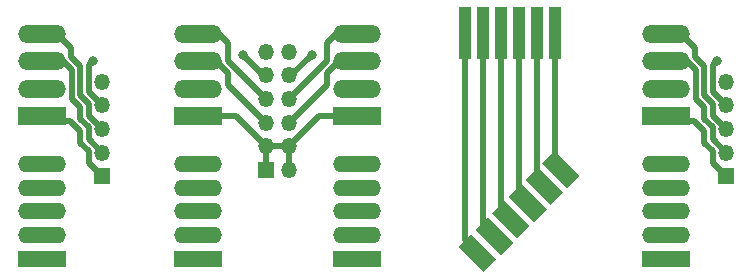
<source format=gbl>
G04 #@! TF.GenerationSoftware,KiCad,Pcbnew,5.1.12-84ad8e8a86~92~ubuntu16.04.1*
G04 #@! TF.CreationDate,2022-12-06T17:39:37+01:00*
G04 #@! TF.ProjectId,Subboards,53756262-6f61-4726-9473-2e6b69636164,rev?*
G04 #@! TF.SameCoordinates,Original*
G04 #@! TF.FileFunction,Copper,L2,Bot*
G04 #@! TF.FilePolarity,Positive*
%FSLAX46Y46*%
G04 Gerber Fmt 4.6, Leading zero omitted, Abs format (unit mm)*
G04 Created by KiCad (PCBNEW 5.1.12-84ad8e8a86~92~ubuntu16.04.1) date 2022-12-06 17:39:37*
%MOMM*%
%LPD*%
G01*
G04 APERTURE LIST*
G04 #@! TA.AperFunction,SMDPad,CuDef*
%ADD10C,0.100000*%
G04 #@! TD*
G04 #@! TA.AperFunction,ComponentPad*
%ADD11O,4.050000X1.500000*%
G04 #@! TD*
G04 #@! TA.AperFunction,ComponentPad*
%ADD12R,4.050000X1.500000*%
G04 #@! TD*
G04 #@! TA.AperFunction,ComponentPad*
%ADD13O,4.050000X1.400000*%
G04 #@! TD*
G04 #@! TA.AperFunction,ComponentPad*
%ADD14R,4.050000X1.400000*%
G04 #@! TD*
G04 #@! TA.AperFunction,ComponentPad*
%ADD15R,1.350000X1.350000*%
G04 #@! TD*
G04 #@! TA.AperFunction,ComponentPad*
%ADD16O,1.350000X1.350000*%
G04 #@! TD*
G04 #@! TA.AperFunction,SMDPad,CuDef*
%ADD17R,1.070000X4.413000*%
G04 #@! TD*
G04 #@! TA.AperFunction,ViaPad*
%ADD18C,0.800000*%
G04 #@! TD*
G04 #@! TA.AperFunction,Conductor*
%ADD19C,0.500000*%
G04 #@! TD*
G04 APERTURE END LIST*
G04 #@! TA.AperFunction,SMDPad,CuDef*
D10*
G36*
X137128398Y-71664802D02*
G01*
X136067738Y-72725462D01*
X133946418Y-70604142D01*
X135007078Y-69543482D01*
X137128398Y-71664802D01*
G37*
G04 #@! TD.AperFunction*
G04 #@! TA.AperFunction,SMDPad,CuDef*
G36*
X135714184Y-73079016D02*
G01*
X134653524Y-74139676D01*
X132532204Y-72018356D01*
X133592864Y-70957696D01*
X135714184Y-73079016D01*
G37*
G04 #@! TD.AperFunction*
G04 #@! TA.AperFunction,SMDPad,CuDef*
G36*
X134299971Y-74493229D02*
G01*
X133239311Y-75553889D01*
X131117991Y-73432569D01*
X132178651Y-72371909D01*
X134299971Y-74493229D01*
G37*
G04 #@! TD.AperFunction*
G04 #@! TA.AperFunction,SMDPad,CuDef*
G36*
X132885757Y-75907443D02*
G01*
X131825097Y-76968103D01*
X129703777Y-74846783D01*
X130764437Y-73786123D01*
X132885757Y-75907443D01*
G37*
G04 #@! TD.AperFunction*
G04 #@! TA.AperFunction,SMDPad,CuDef*
G36*
X131471543Y-77321656D02*
G01*
X130410883Y-78382316D01*
X128289563Y-76260996D01*
X129350223Y-75200336D01*
X131471543Y-77321656D01*
G37*
G04 #@! TD.AperFunction*
G04 #@! TA.AperFunction,SMDPad,CuDef*
G36*
X130057330Y-78735870D02*
G01*
X128996670Y-79796530D01*
X126875350Y-77675210D01*
X127936010Y-76614550D01*
X130057330Y-78735870D01*
G37*
G04 #@! TD.AperFunction*
D11*
X91567000Y-59639200D03*
X91567000Y-61969200D03*
X91567000Y-64309200D03*
D12*
X91567000Y-66639200D03*
D11*
X104775000Y-59639200D03*
X104775000Y-61969200D03*
X104775000Y-64309200D03*
D12*
X104775000Y-66639200D03*
D11*
X144399000Y-59639200D03*
X144399000Y-61969200D03*
X144399000Y-64309200D03*
D12*
X144399000Y-66639200D03*
D11*
X118237000Y-59639200D03*
X118237000Y-61969200D03*
X118237000Y-64309200D03*
D12*
X118237000Y-66639200D03*
D13*
X118237000Y-70689200D03*
X118237000Y-72689200D03*
X118237000Y-74689200D03*
X118237000Y-76689200D03*
D14*
X118237000Y-78689200D03*
D13*
X104775000Y-72689200D03*
X104775000Y-76689200D03*
X104775000Y-74689200D03*
D14*
X104775000Y-78689200D03*
D13*
X104775000Y-70689200D03*
D15*
X110506000Y-71163200D03*
D16*
X112506000Y-71163200D03*
X110506000Y-69163200D03*
X112506000Y-69163200D03*
X110506000Y-67163200D03*
X112506000Y-67163200D03*
X110506000Y-65163200D03*
X112506000Y-65163200D03*
X110506000Y-63163200D03*
X112506000Y-63163200D03*
X110506000Y-61163200D03*
X112506000Y-61163200D03*
D13*
X91567000Y-72689200D03*
X91567000Y-76689200D03*
X91567000Y-74689200D03*
D14*
X91567000Y-78689200D03*
D13*
X91567000Y-70689200D03*
D15*
X149479000Y-71703200D03*
D16*
X149479000Y-69703200D03*
X149479000Y-67703200D03*
X149479000Y-65703200D03*
X149479000Y-63703200D03*
D17*
X135001000Y-59559700D03*
X133477000Y-59559700D03*
X131953000Y-59559700D03*
X130429000Y-59559700D03*
X128905000Y-59559700D03*
X127381000Y-59559700D03*
D13*
X144399000Y-72689200D03*
X144399000Y-76689200D03*
X144399000Y-74689200D03*
D14*
X144399000Y-78689200D03*
D13*
X144399000Y-70689200D03*
D15*
X96647000Y-71703200D03*
D16*
X96647000Y-69703200D03*
X96647000Y-67703200D03*
X96647000Y-65703200D03*
X96647000Y-63703200D03*
D18*
X95885000Y-61925200D03*
X108585000Y-61417200D03*
X114427000Y-61417200D03*
X148717000Y-61925200D03*
D19*
X135001000Y-70598064D02*
X135537408Y-71134472D01*
X135001000Y-59258200D02*
X135001000Y-70598064D01*
X133477000Y-71902492D02*
X134123194Y-72548686D01*
X133477000Y-59258200D02*
X133477000Y-71902492D01*
X131953000Y-73206918D02*
X132708981Y-73962899D01*
X131953000Y-59258200D02*
X131953000Y-73206918D01*
X130429000Y-74511346D02*
X131294767Y-75377113D01*
X130429000Y-59258200D02*
X130429000Y-74511346D01*
X128905000Y-75815773D02*
X129880553Y-76791326D01*
X128905000Y-59258200D02*
X128905000Y-75815773D01*
X127381000Y-77120200D02*
X128466340Y-78205540D01*
X127381000Y-59258200D02*
X127381000Y-77120200D01*
X96647000Y-65703200D02*
X95521999Y-64578199D01*
X95521999Y-62288201D02*
X95885000Y-61925200D01*
X95521999Y-64578199D02*
X95521999Y-62288201D01*
X91567000Y-61969200D02*
X93262000Y-61969200D01*
X93135000Y-61969200D02*
X91567000Y-61969200D01*
X93389000Y-61969200D02*
X91567000Y-61969200D01*
X94121983Y-62702183D02*
X93389000Y-61969200D01*
X94121983Y-65158107D02*
X94121983Y-62702183D01*
X96647000Y-69703200D02*
X95521999Y-68578199D01*
X94821989Y-65858113D02*
X94121983Y-65158107D01*
X95521999Y-68578199D02*
X95521999Y-67568161D01*
X95521999Y-67568161D02*
X94821989Y-66868152D01*
X94821989Y-66868152D02*
X94821989Y-65858113D01*
X96647000Y-67703200D02*
X95521999Y-66578199D01*
X95521999Y-66578199D02*
X95521999Y-65568161D01*
X95521999Y-65568161D02*
X94821991Y-64868153D01*
X94821991Y-64868153D02*
X94821991Y-62412229D01*
X94821991Y-62412229D02*
X94042010Y-61632248D01*
X94042010Y-61632248D02*
X94042010Y-60844210D01*
X92837000Y-59639200D02*
X91567000Y-59639200D01*
X94042010Y-60844210D02*
X92837000Y-59639200D01*
X96647000Y-71703200D02*
X95521999Y-70578199D01*
X95521999Y-69568161D02*
X94821989Y-68868152D01*
X95521999Y-70578199D02*
X95521999Y-69568161D01*
X94821989Y-68868152D02*
X94821989Y-67858115D01*
X94821989Y-67858115D02*
X93969074Y-67005200D01*
X91933000Y-67005200D02*
X91567000Y-66639200D01*
X93969074Y-67005200D02*
X91933000Y-67005200D01*
X110506000Y-63163200D02*
X110331000Y-63163200D01*
X110331000Y-63163200D02*
X108585000Y-61417200D01*
X110506000Y-67163200D02*
X107315000Y-63972200D01*
X106322037Y-61969200D02*
X107315000Y-62962163D01*
X107315000Y-62962163D02*
X107315000Y-63972200D01*
X104775000Y-61969200D02*
X106322037Y-61969200D01*
X110506000Y-65163200D02*
X107315000Y-61972200D01*
X107315000Y-61972200D02*
X107315000Y-60401200D01*
X106553000Y-59639200D02*
X104775000Y-59639200D01*
X107315000Y-60401200D02*
X106553000Y-59639200D01*
X115030000Y-66639200D02*
X112506000Y-69163200D01*
X118237000Y-66639200D02*
X115030000Y-66639200D01*
X112506000Y-71163200D02*
X112506000Y-69163200D01*
X107982000Y-66639200D02*
X110506000Y-69163200D01*
X104775000Y-66639200D02*
X107982000Y-66639200D01*
X110506000Y-71163200D02*
X110506000Y-69163200D01*
X112506000Y-69163200D02*
X110506000Y-69163200D01*
X112506000Y-67163200D02*
X115697000Y-63972200D01*
X115697000Y-62962163D02*
X115697000Y-63972200D01*
X116689963Y-61969200D02*
X115697000Y-62962163D01*
X118237000Y-61969200D02*
X116689963Y-61969200D01*
X112506000Y-65163200D02*
X115697000Y-61972200D01*
X116459000Y-59639200D02*
X118237000Y-59639200D01*
X115697000Y-60401200D02*
X116459000Y-59639200D01*
X115697000Y-61972200D02*
X115697000Y-60401200D01*
X112506000Y-63163200D02*
X112681000Y-63163200D01*
X112681000Y-63163200D02*
X114427000Y-61417200D01*
X149479000Y-71703200D02*
X148353999Y-70578199D01*
X148353999Y-69568161D02*
X147653989Y-68868152D01*
X148353999Y-70578199D02*
X148353999Y-69568161D01*
X147653989Y-68868152D02*
X147653989Y-67858115D01*
X147653989Y-67858115D02*
X146801074Y-67005200D01*
X144765000Y-67005200D02*
X144399000Y-66639200D01*
X146801074Y-67005200D02*
X144765000Y-67005200D01*
X144399000Y-61969200D02*
X146094000Y-61969200D01*
X145967000Y-61969200D02*
X144399000Y-61969200D01*
X146221000Y-61969200D02*
X144399000Y-61969200D01*
X146953983Y-62702183D02*
X146221000Y-61969200D01*
X146953983Y-65158107D02*
X146953983Y-62702183D01*
X149479000Y-69703200D02*
X148353999Y-68578199D01*
X147653989Y-65858113D02*
X146953983Y-65158107D01*
X148353999Y-68578199D02*
X148353999Y-67568161D01*
X148353999Y-67568161D02*
X147653989Y-66868152D01*
X147653989Y-66868152D02*
X147653989Y-65858113D01*
X149479000Y-67703200D02*
X148353999Y-66578199D01*
X148353999Y-66578199D02*
X148353999Y-65568161D01*
X148353999Y-65568161D02*
X147653991Y-64868153D01*
X147653991Y-64868153D02*
X147653991Y-62412229D01*
X147653991Y-62412229D02*
X146874010Y-61632248D01*
X146874010Y-61632248D02*
X146874010Y-60844210D01*
X145669000Y-59639200D02*
X144399000Y-59639200D01*
X146874010Y-60844210D02*
X145669000Y-59639200D01*
X149479000Y-65703200D02*
X148353999Y-64578199D01*
X148353999Y-62288201D02*
X148717000Y-61925200D01*
X148353999Y-64578199D02*
X148353999Y-62288201D01*
M02*

</source>
